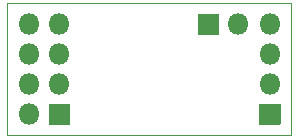
<source format=gbr>
G04 #@! TF.GenerationSoftware,KiCad,Pcbnew,(5.1.9)-1*
G04 #@! TF.CreationDate,2021-04-09T17:17:31+02:00*
G04 #@! TF.ProjectId,Token,546f6b65-6e2e-46b6-9963-61645f706362,rev?*
G04 #@! TF.SameCoordinates,Original*
G04 #@! TF.FileFunction,Soldermask,Bot*
G04 #@! TF.FilePolarity,Negative*
%FSLAX46Y46*%
G04 Gerber Fmt 4.6, Leading zero omitted, Abs format (unit mm)*
G04 Created by KiCad (PCBNEW (5.1.9)-1) date 2021-04-09 17:17:31*
%MOMM*%
%LPD*%
G01*
G04 APERTURE LIST*
G04 #@! TA.AperFunction,Profile*
%ADD10C,0.050000*%
G04 #@! TD*
%ADD11O,1.802000X1.802000*%
G04 APERTURE END LIST*
D10*
X161988500Y-47688500D02*
X158115000Y-47688500D01*
X161988500Y-36512500D02*
X161988500Y-47688500D01*
X158115000Y-36512500D02*
X161988500Y-36512500D01*
X137985500Y-36512500D02*
X138049000Y-36512500D01*
X137985500Y-47688500D02*
X137985500Y-36512500D01*
X158115000Y-47688500D02*
X137985500Y-47688500D01*
X138049000Y-36512500D02*
X158115000Y-36512500D01*
X161988500Y-47688500D02*
X158115000Y-47688500D01*
X161988500Y-36512500D02*
X161988500Y-47688500D01*
X158115000Y-36512500D02*
X161988500Y-36512500D01*
X137985500Y-36512500D02*
X138049000Y-36512500D01*
X137985500Y-47688500D02*
X137985500Y-36512500D01*
X158115000Y-47688500D02*
X137985500Y-47688500D01*
X138049000Y-36512500D02*
X158115000Y-36512500D01*
D11*
G04 #@! TO.C,J2*
X160210500Y-38290500D03*
X160210500Y-40830500D03*
X160210500Y-43370500D03*
G36*
G01*
X161111500Y-45060500D02*
X161111500Y-46760500D01*
G75*
G02*
X161060500Y-46811500I-51000J0D01*
G01*
X159360500Y-46811500D01*
G75*
G02*
X159309500Y-46760500I0J51000D01*
G01*
X159309500Y-45060500D01*
G75*
G02*
X159360500Y-45009500I51000J0D01*
G01*
X161060500Y-45009500D01*
G75*
G02*
X161111500Y-45060500I0J-51000D01*
G01*
G37*
G04 #@! TD*
G04 #@! TO.C,J4*
G36*
G01*
X141466000Y-46760500D02*
X141466000Y-45060500D01*
G75*
G02*
X141517000Y-45009500I51000J0D01*
G01*
X143217000Y-45009500D01*
G75*
G02*
X143268000Y-45060500I0J-51000D01*
G01*
X143268000Y-46760500D01*
G75*
G02*
X143217000Y-46811500I-51000J0D01*
G01*
X141517000Y-46811500D01*
G75*
G02*
X141466000Y-46760500I0J51000D01*
G01*
G37*
X139827000Y-45910500D03*
X142367000Y-43370500D03*
X139827000Y-43370500D03*
X142367000Y-40830500D03*
X139827000Y-40830500D03*
X142367000Y-38290500D03*
X139827000Y-38290500D03*
G04 #@! TD*
G04 #@! TO.C,J1*
G36*
G01*
X155853500Y-39191500D02*
X154153500Y-39191500D01*
G75*
G02*
X154102500Y-39140500I0J51000D01*
G01*
X154102500Y-37440500D01*
G75*
G02*
X154153500Y-37389500I51000J0D01*
G01*
X155853500Y-37389500D01*
G75*
G02*
X155904500Y-37440500I0J-51000D01*
G01*
X155904500Y-39140500D01*
G75*
G02*
X155853500Y-39191500I-51000J0D01*
G01*
G37*
X157543500Y-38290500D03*
G04 #@! TD*
M02*

</source>
